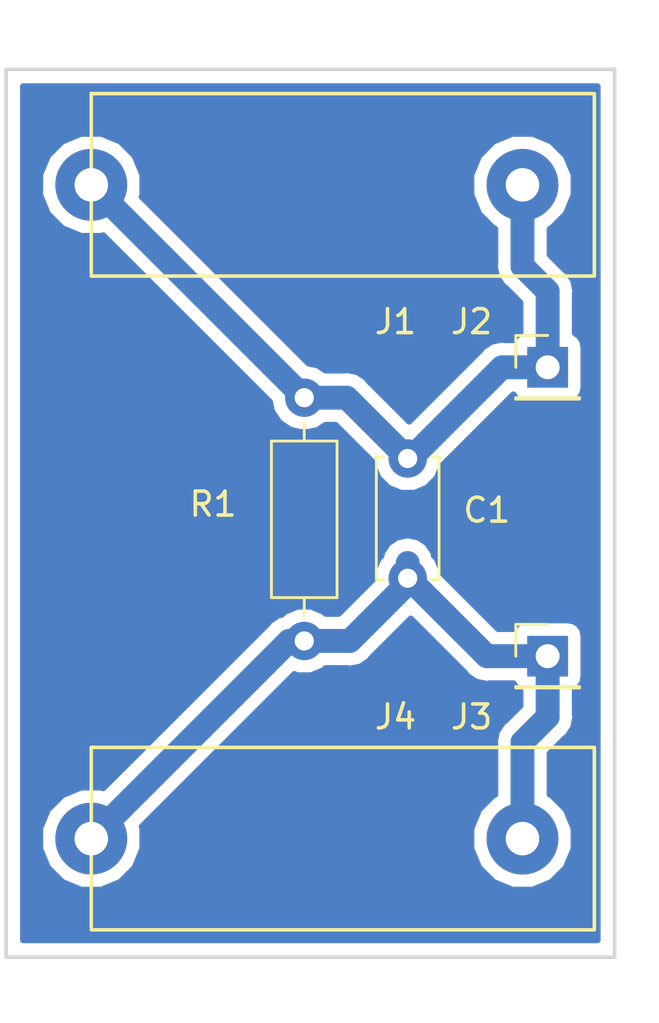
<source format=kicad_pcb>
(kicad_pcb (version 20171130) (host pcbnew 5.0.0-rc1-44a33f2~62~ubuntu16.04.1)

  (general
    (thickness 1.6)
    (drawings 4)
    (tracks 21)
    (zones 0)
    (modules 6)
    (nets 3)
  )

  (page A4)
  (layers
    (0 F.Cu signal)
    (31 B.Cu signal)
    (32 B.Adhes user)
    (33 F.Adhes user)
    (34 B.Paste user)
    (35 F.Paste user)
    (36 B.SilkS user)
    (37 F.SilkS user)
    (38 B.Mask user)
    (39 F.Mask user)
    (40 Dwgs.User user)
    (41 Cmts.User user)
    (42 Eco1.User user)
    (43 Eco2.User user)
    (44 Edge.Cuts user)
    (45 Margin user)
    (46 B.CrtYd user)
    (47 F.CrtYd user)
    (48 B.Fab user)
    (49 F.Fab user)
  )

  (setup
    (last_trace_width 1)
    (trace_clearance 0.2)
    (zone_clearance 0.508)
    (zone_45_only no)
    (trace_min 0.2)
    (segment_width 0.2)
    (edge_width 0.15)
    (via_size 0.8)
    (via_drill 0.4)
    (via_min_size 0.4)
    (via_min_drill 0.3)
    (uvia_size 0.3)
    (uvia_drill 0.1)
    (uvias_allowed no)
    (uvia_min_size 0.2)
    (uvia_min_drill 0.1)
    (pcb_text_width 0.3)
    (pcb_text_size 1.5 1.5)
    (mod_edge_width 0.15)
    (mod_text_size 1 1)
    (mod_text_width 0.15)
    (pad_size 1.524 1.524)
    (pad_drill 0.762)
    (pad_to_mask_clearance 0.2)
    (aux_axis_origin 0 0)
    (visible_elements FFFDFF7F)
    (pcbplotparams
      (layerselection 0x01030_ffffffff)
      (usegerberextensions false)
      (usegerberattributes false)
      (usegerberadvancedattributes false)
      (creategerberjobfile false)
      (excludeedgelayer false)
      (linewidth 0.100000)
      (plotframeref false)
      (viasonmask false)
      (mode 1)
      (useauxorigin false)
      (hpglpennumber 1)
      (hpglpenspeed 20)
      (hpglpendiameter 15)
      (psnegative false)
      (psa4output false)
      (plotreference true)
      (plotvalue true)
      (plotinvisibletext false)
      (padsonsilk false)
      (subtractmaskfromsilk false)
      (outputformat 5)
      (mirror false)
      (drillshape 1)
      (scaleselection 1)
      (outputdirectory plot))
  )

  (net 0 "")
  (net 1 "Net-(C1-Pad1)")
  (net 2 "Net-(C1-Pad2)")

  (net_class Default "This is the default net class."
    (clearance 0.2)
    (trace_width 1)
    (via_dia 0.8)
    (via_drill 0.4)
    (uvia_dia 0.3)
    (uvia_drill 0.1)
    (add_net "Net-(C1-Pad1)")
    (add_net "Net-(C1-Pad2)")
  )

  (module Connector_Custom:Banana_Jack_1Pin_PCB (layer F.Cu) (tedit 5AD11789) (tstamp 5ADCC36A)
    (at 167.64 84.455 90)
    (descr "Single banana socket, 4mm, pcb mount")
    (tags "banana socket")
    (path /5AD12C54)
    (fp_text reference J4 (at 5.08 12.7 180) (layer F.SilkS)
      (effects (font (size 1 1) (thickness 0.15)))
    )
    (fp_text value Conn_01x01_Female (at 0 22.86 90) (layer F.Fab)
      (effects (font (size 1 1) (thickness 0.15)))
    )
    (fp_line (start -3.69 0) (end 3.81 0) (layer F.SilkS) (width 0.15))
    (fp_line (start 3.81 0) (end 3.81 21) (layer F.SilkS) (width 0.15))
    (fp_line (start 3.75 21) (end -3.75 21) (layer F.SilkS) (width 0.15))
    (fp_line (start -3.81 21) (end -3.81 0) (layer F.SilkS) (width 0.15))
    (fp_line (start -4.06 -2.54) (end 4.06 -2.54) (layer F.CrtYd) (width 0.05))
    (fp_line (start 4.06 -2.54) (end 4.06 21) (layer F.CrtYd) (width 0.05))
    (fp_line (start 4.06 21) (end -4.06 21) (layer F.CrtYd) (width 0.05))
    (fp_line (start -4.06 21) (end -4.06 -2.54) (layer F.CrtYd) (width 0.05))
    (pad 1 thru_hole circle (at 0 0 90) (size 3 3) (drill 1.4) (layers *.Cu *.Mask)
      (net 2 "Net-(C1-Pad2)"))
    (pad 1 thru_hole circle (at 0 18 90) (size 3 3) (drill 1.4) (layers *.Cu *.Mask)
      (net 2 "Net-(C1-Pad2)"))
    (model ${KI_3D_LOCAL}/Connector_Custom.3dshapes/banana_jack_pcb.stp
      (at (xyz 0 0 0))
      (scale (xyz 1 1 1))
      (rotate (xyz -90 0 180))
    )
  )

  (module Connector_Custom:Banana_Jack_1Pin_PCB (layer F.Cu) (tedit 5AD11789) (tstamp 5ADCC480)
    (at 167.64 57.15 90)
    (descr "Single banana socket, 4mm, pcb mount")
    (tags "banana socket")
    (path /5AD12BFC)
    (fp_text reference J1 (at -5.715 12.7 180) (layer F.SilkS)
      (effects (font (size 1 1) (thickness 0.15)))
    )
    (fp_text value Conn_01x01_Female (at 0 22.86 90) (layer F.Fab)
      (effects (font (size 1 1) (thickness 0.15)))
    )
    (fp_line (start -4.06 21) (end -4.06 -2.54) (layer F.CrtYd) (width 0.05))
    (fp_line (start 4.06 21) (end -4.06 21) (layer F.CrtYd) (width 0.05))
    (fp_line (start 4.06 -2.54) (end 4.06 21) (layer F.CrtYd) (width 0.05))
    (fp_line (start -4.06 -2.54) (end 4.06 -2.54) (layer F.CrtYd) (width 0.05))
    (fp_line (start -3.81 21) (end -3.81 0) (layer F.SilkS) (width 0.15))
    (fp_line (start 3.75 21) (end -3.75 21) (layer F.SilkS) (width 0.15))
    (fp_line (start 3.81 0) (end 3.81 21) (layer F.SilkS) (width 0.15))
    (fp_line (start -3.69 0) (end 3.81 0) (layer F.SilkS) (width 0.15))
    (pad 1 thru_hole circle (at 0 18 90) (size 3 3) (drill 1.4) (layers *.Cu *.Mask)
      (net 1 "Net-(C1-Pad1)"))
    (pad 1 thru_hole circle (at 0 0 90) (size 3 3) (drill 1.4) (layers *.Cu *.Mask)
      (net 1 "Net-(C1-Pad1)"))
    (model ${KI_3D_LOCAL}/Connector_Custom.3dshapes/banana_jack_pcb.stp
      (at (xyz 0 0 0))
      (scale (xyz 1 1 1))
      (rotate (xyz -90 0 180))
    )
  )

  (module Capacitor_THT:C_Disc_D5.0mm_W2.5mm_P5.00mm (layer F.Cu) (tedit 5A142A3B) (tstamp 5AE5CFB4)
    (at 180.848 68.58 270)
    (descr "C, Disc series, Radial, pin pitch=5.00mm, diameter*width=5*2.5mm^2, Capacitor, http://cdn-reichelt.de/documents/datenblatt/B300/DS_KERKO_TC.pdf")
    (tags "C Disc series Radial pin pitch 5.00mm  diameter 5mm width 2.5mm Capacitor")
    (path /5AD08309)
    (fp_text reference C1 (at 2.159 -3.302) (layer F.SilkS)
      (effects (font (size 1 1) (thickness 0.15)))
    )
    (fp_text value 22pF (at 2.5 2.56 270) (layer F.Fab)
      (effects (font (size 1 1) (thickness 0.15)))
    )
    (fp_line (start 0 -1.25) (end 0 1.25) (layer F.Fab) (width 0.1))
    (fp_line (start 0 1.25) (end 5 1.25) (layer F.Fab) (width 0.1))
    (fp_line (start 5 1.25) (end 5 -1.25) (layer F.Fab) (width 0.1))
    (fp_line (start 5 -1.25) (end 0 -1.25) (layer F.Fab) (width 0.1))
    (fp_line (start -0.06 -1.31) (end 5.06 -1.31) (layer F.SilkS) (width 0.12))
    (fp_line (start -0.06 1.31) (end 5.06 1.31) (layer F.SilkS) (width 0.12))
    (fp_line (start -0.06 -1.31) (end -0.06 -0.996) (layer F.SilkS) (width 0.12))
    (fp_line (start -0.06 0.996) (end -0.06 1.31) (layer F.SilkS) (width 0.12))
    (fp_line (start 5.06 -1.31) (end 5.06 -0.996) (layer F.SilkS) (width 0.12))
    (fp_line (start 5.06 0.996) (end 5.06 1.31) (layer F.SilkS) (width 0.12))
    (fp_line (start -1.05 -1.6) (end -1.05 1.6) (layer F.CrtYd) (width 0.05))
    (fp_line (start -1.05 1.6) (end 6.05 1.6) (layer F.CrtYd) (width 0.05))
    (fp_line (start 6.05 1.6) (end 6.05 -1.6) (layer F.CrtYd) (width 0.05))
    (fp_line (start 6.05 -1.6) (end -1.05 -1.6) (layer F.CrtYd) (width 0.05))
    (fp_text user %R (at 2.5 0 270) (layer F.Fab)
      (effects (font (size 1 1) (thickness 0.15)))
    )
    (pad 1 thru_hole circle (at 0 0 270) (size 1.6 1.6) (drill 0.8) (layers *.Cu *.Mask)
      (net 1 "Net-(C1-Pad1)"))
    (pad 2 thru_hole circle (at 5 0 270) (size 1.6 1.6) (drill 0.8) (layers *.Cu *.Mask)
      (net 2 "Net-(C1-Pad2)"))
    (model ${KISYS3DMOD}/Capacitor_THT.3dshapes/C_Disc_D5.0mm_W2.5mm_P5.00mm.wrl
      (at (xyz 0 0 0))
      (scale (xyz 1 1 1))
      (rotate (xyz 0 0 0))
    )
  )

  (module Connector_PinHeader_2.54mm:PinHeader_1x01_P2.54mm_Vertical (layer F.Cu) (tedit 59FED5CC) (tstamp 5AE5CD72)
    (at 186.69 76.835)
    (descr "Through hole straight pin header, 1x01, 2.54mm pitch, single row")
    (tags "Through hole pin header THT 1x01 2.54mm single row")
    (path /5AD0847E)
    (fp_text reference J3 (at -3.175 2.54) (layer F.SilkS)
      (effects (font (size 1 1) (thickness 0.15)))
    )
    (fp_text value B (at 0 2.33) (layer F.Fab)
      (effects (font (size 1 1) (thickness 0.15)))
    )
    (fp_text user %R (at 0 0 90) (layer F.Fab)
      (effects (font (size 1 1) (thickness 0.15)))
    )
    (fp_line (start 1.8 -1.8) (end -1.8 -1.8) (layer F.CrtYd) (width 0.05))
    (fp_line (start 1.8 1.8) (end 1.8 -1.8) (layer F.CrtYd) (width 0.05))
    (fp_line (start -1.8 1.8) (end 1.8 1.8) (layer F.CrtYd) (width 0.05))
    (fp_line (start -1.8 -1.8) (end -1.8 1.8) (layer F.CrtYd) (width 0.05))
    (fp_line (start -1.33 -1.33) (end 0 -1.33) (layer F.SilkS) (width 0.12))
    (fp_line (start -1.33 0) (end -1.33 -1.33) (layer F.SilkS) (width 0.12))
    (fp_line (start -1.33 1.27) (end 1.33 1.27) (layer F.SilkS) (width 0.12))
    (fp_line (start 1.33 1.27) (end 1.33 1.33) (layer F.SilkS) (width 0.12))
    (fp_line (start -1.33 1.27) (end -1.33 1.33) (layer F.SilkS) (width 0.12))
    (fp_line (start -1.33 1.33) (end 1.33 1.33) (layer F.SilkS) (width 0.12))
    (fp_line (start -1.27 -0.635) (end -0.635 -1.27) (layer F.Fab) (width 0.1))
    (fp_line (start -1.27 1.27) (end -1.27 -0.635) (layer F.Fab) (width 0.1))
    (fp_line (start 1.27 1.27) (end -1.27 1.27) (layer F.Fab) (width 0.1))
    (fp_line (start 1.27 -1.27) (end 1.27 1.27) (layer F.Fab) (width 0.1))
    (fp_line (start -0.635 -1.27) (end 1.27 -1.27) (layer F.Fab) (width 0.1))
    (pad 1 thru_hole rect (at 0 0) (size 1.7 1.7) (drill 1) (layers *.Cu *.Mask)
      (net 2 "Net-(C1-Pad2)"))
    (model ${KISYS3DMOD}/Connector_PinHeader_2.54mm.3dshapes/PinHeader_1x01_P2.54mm_Vertical.wrl
      (at (xyz 0 0 0))
      (scale (xyz 1 1 1))
      (rotate (xyz 0 0 0))
    )
  )

  (module Connector_PinHeader_2.54mm:PinHeader_1x01_P2.54mm_Vertical (layer F.Cu) (tedit 59FED5CC) (tstamp 5ADCC741)
    (at 186.69 64.77)
    (descr "Through hole straight pin header, 1x01, 2.54mm pitch, single row")
    (tags "Through hole pin header THT 1x01 2.54mm single row")
    (path /5AD0840E)
    (fp_text reference J2 (at -3.175 -1.905) (layer F.SilkS)
      (effects (font (size 1 1) (thickness 0.15)))
    )
    (fp_text value A (at 0 2.33) (layer F.Fab)
      (effects (font (size 1 1) (thickness 0.15)))
    )
    (fp_line (start -0.635 -1.27) (end 1.27 -1.27) (layer F.Fab) (width 0.1))
    (fp_line (start 1.27 -1.27) (end 1.27 1.27) (layer F.Fab) (width 0.1))
    (fp_line (start 1.27 1.27) (end -1.27 1.27) (layer F.Fab) (width 0.1))
    (fp_line (start -1.27 1.27) (end -1.27 -0.635) (layer F.Fab) (width 0.1))
    (fp_line (start -1.27 -0.635) (end -0.635 -1.27) (layer F.Fab) (width 0.1))
    (fp_line (start -1.33 1.33) (end 1.33 1.33) (layer F.SilkS) (width 0.12))
    (fp_line (start -1.33 1.27) (end -1.33 1.33) (layer F.SilkS) (width 0.12))
    (fp_line (start 1.33 1.27) (end 1.33 1.33) (layer F.SilkS) (width 0.12))
    (fp_line (start -1.33 1.27) (end 1.33 1.27) (layer F.SilkS) (width 0.12))
    (fp_line (start -1.33 0) (end -1.33 -1.33) (layer F.SilkS) (width 0.12))
    (fp_line (start -1.33 -1.33) (end 0 -1.33) (layer F.SilkS) (width 0.12))
    (fp_line (start -1.8 -1.8) (end -1.8 1.8) (layer F.CrtYd) (width 0.05))
    (fp_line (start -1.8 1.8) (end 1.8 1.8) (layer F.CrtYd) (width 0.05))
    (fp_line (start 1.8 1.8) (end 1.8 -1.8) (layer F.CrtYd) (width 0.05))
    (fp_line (start 1.8 -1.8) (end -1.8 -1.8) (layer F.CrtYd) (width 0.05))
    (fp_text user %R (at 0 0 90) (layer F.Fab)
      (effects (font (size 1 1) (thickness 0.15)))
    )
    (pad 1 thru_hole rect (at 0 0) (size 1.7 1.7) (drill 1) (layers *.Cu *.Mask)
      (net 1 "Net-(C1-Pad1)"))
    (model ${KISYS3DMOD}/Connector_PinHeader_2.54mm.3dshapes/PinHeader_1x01_P2.54mm_Vertical.wrl
      (at (xyz 0 0 0))
      (scale (xyz 1 1 1))
      (rotate (xyz 0 0 0))
    )
  )

  (module Resistor_THT:R_Axial_DIN0207_L6.3mm_D2.5mm_P10.16mm_Horizontal (layer F.Cu) (tedit 5A24F4B6) (tstamp 5AE5CD48)
    (at 176.53 76.2 90)
    (descr "Resistor, Axial_DIN0207 series, Axial, Horizontal, pin pitch=10.16mm, 0.25W = 1/4W, length*diameter=6.3*2.5mm^2, http://cdn-reichelt.de/documents/datenblatt/B400/1_4W%23YAG.pdf")
    (tags "Resistor Axial_DIN0207 series Axial Horizontal pin pitch 10.16mm 0.25W = 1/4W length 6.3mm diameter 2.5mm")
    (path /5AD08279)
    (fp_text reference R1 (at 5.715 -3.81 180) (layer F.SilkS)
      (effects (font (size 1 1) (thickness 0.15)))
    )
    (fp_text value 2k (at 5.08 2.37 90) (layer F.Fab)
      (effects (font (size 1 1) (thickness 0.15)))
    )
    (fp_line (start 1.93 -1.25) (end 1.93 1.25) (layer F.Fab) (width 0.1))
    (fp_line (start 1.93 1.25) (end 8.23 1.25) (layer F.Fab) (width 0.1))
    (fp_line (start 8.23 1.25) (end 8.23 -1.25) (layer F.Fab) (width 0.1))
    (fp_line (start 8.23 -1.25) (end 1.93 -1.25) (layer F.Fab) (width 0.1))
    (fp_line (start 0 0) (end 1.93 0) (layer F.Fab) (width 0.1))
    (fp_line (start 10.16 0) (end 8.23 0) (layer F.Fab) (width 0.1))
    (fp_line (start 1.81 -1.37) (end 1.81 1.37) (layer F.SilkS) (width 0.12))
    (fp_line (start 1.81 1.37) (end 8.35 1.37) (layer F.SilkS) (width 0.12))
    (fp_line (start 8.35 1.37) (end 8.35 -1.37) (layer F.SilkS) (width 0.12))
    (fp_line (start 8.35 -1.37) (end 1.81 -1.37) (layer F.SilkS) (width 0.12))
    (fp_line (start 1.04 0) (end 1.81 0) (layer F.SilkS) (width 0.12))
    (fp_line (start 9.12 0) (end 8.35 0) (layer F.SilkS) (width 0.12))
    (fp_line (start -1.05 -1.65) (end -1.05 1.65) (layer F.CrtYd) (width 0.05))
    (fp_line (start -1.05 1.65) (end 11.25 1.65) (layer F.CrtYd) (width 0.05))
    (fp_line (start 11.25 1.65) (end 11.25 -1.65) (layer F.CrtYd) (width 0.05))
    (fp_line (start 11.25 -1.65) (end -1.05 -1.65) (layer F.CrtYd) (width 0.05))
    (fp_text user %R (at 5.08 0 90) (layer F.Fab)
      (effects (font (size 1 1) (thickness 0.15)))
    )
    (pad 1 thru_hole circle (at 0 0 90) (size 1.6 1.6) (drill 0.8) (layers *.Cu *.Mask)
      (net 2 "Net-(C1-Pad2)"))
    (pad 2 thru_hole oval (at 10.16 0 90) (size 1.6 1.6) (drill 0.8) (layers *.Cu *.Mask)
      (net 1 "Net-(C1-Pad1)"))
    (model ${KISYS3DMOD}/Resistor_THT.3dshapes/R_Axial_DIN0207_L6.3mm_D2.5mm_P10.16mm_Horizontal.wrl
      (at (xyz 0 0 0))
      (scale (xyz 1 1 1))
      (rotate (xyz 0 0 0))
    )
  )

  (gr_line (start 164.084 89.408) (end 164.084 52.324) (layer Edge.Cuts) (width 0.15))
  (gr_line (start 189.484 89.408) (end 164.084 89.408) (layer Edge.Cuts) (width 0.15))
  (gr_line (start 189.484 52.324) (end 189.484 89.408) (layer Edge.Cuts) (width 0.15))
  (gr_line (start 164.084 52.324) (end 189.484 52.324) (layer Edge.Cuts) (width 0.15))

  (segment (start 185.64 60.545) (end 186.69 61.595) (width 1) (layer B.Cu) (net 1))
  (segment (start 186.69 61.595) (end 186.69 64.77) (width 1) (layer B.Cu) (net 1))
  (segment (start 185.64 57.15) (end 185.64 60.545) (width 1) (layer B.Cu) (net 1))
  (segment (start 186.69 64.77) (end 184.785 64.77) (width 1) (layer B.Cu) (net 1))
  (segment (start 184.785 64.77) (end 180.975 68.58) (width 1) (layer B.Cu) (net 1))
  (segment (start 180.975 68.58) (end 180.848 68.58) (width 1) (layer B.Cu) (net 1))
  (segment (start 176.53 66.04) (end 178.308 66.04) (width 1) (layer B.Cu) (net 1))
  (segment (start 178.308 66.04) (end 180.848 68.58) (width 1) (layer B.Cu) (net 1))
  (segment (start 167.64 57.15) (end 169.139999 58.649999) (width 1) (layer B.Cu) (net 1))
  (segment (start 169.139999 58.649999) (end 176.53 66.04) (width 1) (layer B.Cu) (net 1))
  (segment (start 185.64 84.455) (end 185.64 80.425) (width 1) (layer B.Cu) (net 2))
  (segment (start 185.64 80.425) (end 186.69 79.375) (width 1) (layer B.Cu) (net 2))
  (segment (start 186.69 79.375) (end 186.69 76.835) (width 1) (layer B.Cu) (net 2))
  (segment (start 180.848 73.58) (end 180.895 73.58) (width 1) (layer B.Cu) (net 2))
  (segment (start 180.895 73.58) (end 184.15 76.835) (width 1) (layer B.Cu) (net 2))
  (segment (start 184.15 76.835) (end 186.69 76.835) (width 1) (layer B.Cu) (net 2))
  (segment (start 176.53 76.2) (end 178.435 76.2) (width 1) (layer B.Cu) (net 2))
  (segment (start 178.435 76.2) (end 180.848 73.787) (width 1) (layer B.Cu) (net 2))
  (segment (start 180.848 73.787) (end 180.848 72.945) (width 1) (layer B.Cu) (net 2))
  (segment (start 167.64 84.455) (end 175.895 76.2) (width 1) (layer B.Cu) (net 2))
  (segment (start 175.895 76.2) (end 176.53 76.2) (width 1) (layer B.Cu) (net 2))

  (zone (net 0) (net_name "") (layer B.Cu) (tstamp 0) (hatch edge 0.508)
    (connect_pads (clearance 0.508))
    (min_thickness 0.254)
    (fill yes (arc_segments 16) (thermal_gap 0.508) (thermal_bridge_width 0.508))
    (polygon
      (pts
        (xy 163.83 52.07) (xy 189.865 52.07) (xy 189.865 89.535) (xy 163.83 89.535)
      )
    )
    (filled_polygon
      (pts
        (xy 188.774001 88.698) (xy 164.794 88.698) (xy 164.794 84.030322) (xy 165.505 84.030322) (xy 165.505 84.879678)
        (xy 165.830034 85.66438) (xy 166.43062 86.264966) (xy 167.215322 86.59) (xy 168.064678 86.59) (xy 168.84938 86.264966)
        (xy 169.449966 85.66438) (xy 169.775 84.879678) (xy 169.775 84.030322) (xy 169.74419 83.955941) (xy 176.117686 77.582446)
        (xy 176.244561 77.635) (xy 176.815439 77.635) (xy 177.342862 77.416534) (xy 177.424396 77.335) (xy 178.323217 77.335)
        (xy 178.435 77.357235) (xy 178.546783 77.335) (xy 178.877855 77.269146) (xy 179.253289 77.018289) (xy 179.316613 76.923518)
        (xy 180.975 75.265131) (xy 183.268389 77.558521) (xy 183.331711 77.653289) (xy 183.707145 77.904146) (xy 184.149999 77.992235)
        (xy 184.261782 77.97) (xy 185.266723 77.97) (xy 185.382191 78.142809) (xy 185.555 78.258277) (xy 185.555 78.904868)
        (xy 184.916479 79.543389) (xy 184.821712 79.606711) (xy 184.680631 79.817854) (xy 184.570854 79.982146) (xy 184.482765 80.425)
        (xy 184.505001 80.536788) (xy 184.505 82.614225) (xy 184.43062 82.645034) (xy 183.830034 83.24562) (xy 183.505 84.030322)
        (xy 183.505 84.879678) (xy 183.830034 85.66438) (xy 184.43062 86.264966) (xy 185.215322 86.59) (xy 186.064678 86.59)
        (xy 186.84938 86.264966) (xy 187.449966 85.66438) (xy 187.775 84.879678) (xy 187.775 84.030322) (xy 187.449966 83.24562)
        (xy 186.84938 82.645034) (xy 186.775 82.614225) (xy 186.775 80.895131) (xy 187.413521 80.256611) (xy 187.508289 80.193289)
        (xy 187.759146 79.817855) (xy 187.825 79.486783) (xy 187.825 79.486782) (xy 187.847235 79.375001) (xy 187.825 79.263219)
        (xy 187.825 78.258277) (xy 187.997809 78.142809) (xy 188.138157 77.932765) (xy 188.18744 77.685) (xy 188.18744 75.985)
        (xy 188.138157 75.737235) (xy 187.997809 75.527191) (xy 187.787765 75.386843) (xy 187.54 75.33756) (xy 185.84 75.33756)
        (xy 185.592235 75.386843) (xy 185.382191 75.527191) (xy 185.266723 75.7) (xy 184.620132 75.7) (xy 182.283 73.362869)
        (xy 182.283 73.294561) (xy 182.064534 72.767138) (xy 181.946347 72.648951) (xy 181.917146 72.502145) (xy 181.666289 72.126711)
        (xy 181.290855 71.875854) (xy 180.848 71.787765) (xy 180.405146 71.875854) (xy 180.029712 72.126711) (xy 179.778854 72.502145)
        (xy 179.749653 72.648951) (xy 179.631466 72.767138) (xy 179.413 73.294561) (xy 179.413 73.616868) (xy 177.964869 75.065)
        (xy 177.424396 75.065) (xy 177.342862 74.983466) (xy 176.815439 74.765) (xy 176.244561 74.765) (xy 175.717138 74.983466)
        (xy 175.598951 75.101653) (xy 175.452145 75.130854) (xy 175.076711 75.381711) (xy 175.013389 75.476479) (xy 168.139059 82.35081)
        (xy 168.064678 82.32) (xy 167.215322 82.32) (xy 166.43062 82.645034) (xy 165.830034 83.24562) (xy 165.505 84.030322)
        (xy 164.794 84.030322) (xy 164.794 56.725322) (xy 165.505 56.725322) (xy 165.505 57.574678) (xy 165.830034 58.35938)
        (xy 166.43062 58.959966) (xy 167.215322 59.285) (xy 168.064678 59.285) (xy 168.139059 59.254191) (xy 168.416475 59.531607)
        (xy 168.416478 59.531609) (xy 175.102151 66.217283) (xy 175.17826 66.599909) (xy 175.495423 67.074577) (xy 175.970091 67.39174)
        (xy 176.388667 67.475) (xy 176.671333 67.475) (xy 177.089909 67.39174) (xy 177.414283 67.175) (xy 177.837869 67.175)
        (xy 179.413 68.750132) (xy 179.413 68.865439) (xy 179.631466 69.392862) (xy 180.035138 69.796534) (xy 180.562561 70.015)
        (xy 181.133439 70.015) (xy 181.660862 69.796534) (xy 182.064534 69.392862) (xy 182.274732 68.885399) (xy 185.255132 65.905)
        (xy 185.266723 65.905) (xy 185.382191 66.077809) (xy 185.592235 66.218157) (xy 185.84 66.26744) (xy 187.54 66.26744)
        (xy 187.787765 66.218157) (xy 187.997809 66.077809) (xy 188.138157 65.867765) (xy 188.18744 65.62) (xy 188.18744 63.92)
        (xy 188.138157 63.672235) (xy 187.997809 63.462191) (xy 187.825 63.346723) (xy 187.825 61.706781) (xy 187.847235 61.594999)
        (xy 187.801145 61.363289) (xy 187.759146 61.152145) (xy 187.508289 60.776711) (xy 187.413521 60.713389) (xy 186.775 60.074869)
        (xy 186.775 58.990775) (xy 186.84938 58.959966) (xy 187.449966 58.35938) (xy 187.775 57.574678) (xy 187.775 56.725322)
        (xy 187.449966 55.94062) (xy 186.84938 55.340034) (xy 186.064678 55.015) (xy 185.215322 55.015) (xy 184.43062 55.340034)
        (xy 183.830034 55.94062) (xy 183.505 56.725322) (xy 183.505 57.574678) (xy 183.830034 58.35938) (xy 184.43062 58.959966)
        (xy 184.505001 58.990775) (xy 184.505001 60.433212) (xy 184.482765 60.545) (xy 184.570854 60.987854) (xy 184.570855 60.987855)
        (xy 184.821712 61.363289) (xy 184.916479 61.426611) (xy 185.555 62.065132) (xy 185.555001 63.346722) (xy 185.382191 63.462191)
        (xy 185.266723 63.635) (xy 184.896783 63.635) (xy 184.785 63.612765) (xy 184.673217 63.635) (xy 184.342145 63.700854)
        (xy 183.966711 63.951711) (xy 183.903389 64.046479) (xy 180.9115 67.038369) (xy 179.189613 65.316482) (xy 179.126289 65.221711)
        (xy 178.750855 64.970854) (xy 178.419783 64.905) (xy 178.308 64.882765) (xy 178.196217 64.905) (xy 177.414283 64.905)
        (xy 177.089909 64.68826) (xy 176.707283 64.612151) (xy 170.021609 57.926478) (xy 170.021607 57.926475) (xy 169.744191 57.649059)
        (xy 169.775 57.574678) (xy 169.775 56.725322) (xy 169.449966 55.94062) (xy 168.84938 55.340034) (xy 168.064678 55.015)
        (xy 167.215322 55.015) (xy 166.43062 55.340034) (xy 165.830034 55.94062) (xy 165.505 56.725322) (xy 164.794 56.725322)
        (xy 164.794 53.034) (xy 188.774 53.034)
      )
    )
  )
)

</source>
